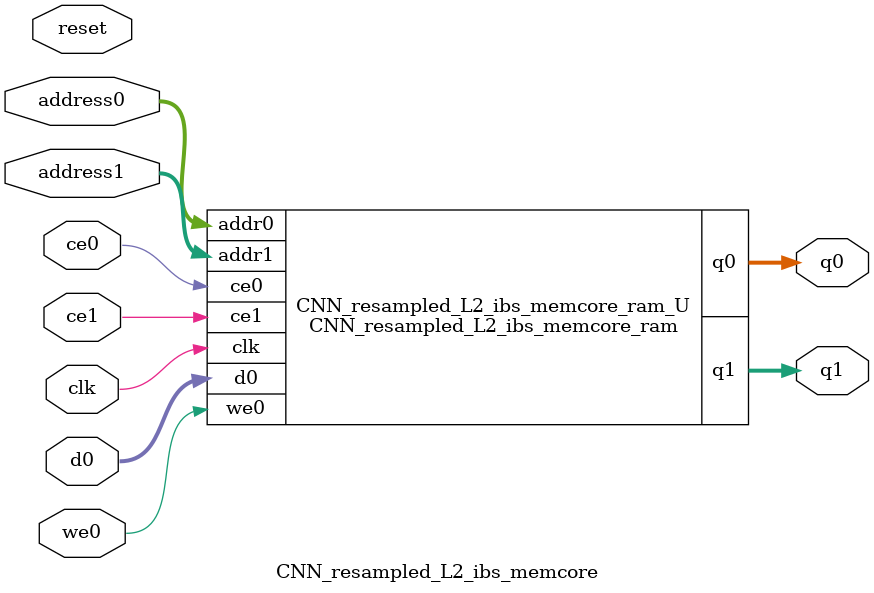
<source format=v>

`timescale 1 ns / 1 ps
module CNN_resampled_L2_ibs_memcore_ram (addr0, ce0, d0, we0, q0, addr1, ce1, q1,  clk);

parameter DWIDTH = 25;
parameter AWIDTH = 10;
parameter MEM_SIZE = 784;

input[AWIDTH-1:0] addr0;
input ce0;
input[DWIDTH-1:0] d0;
input we0;
output reg[DWIDTH-1:0] q0;
input[AWIDTH-1:0] addr1;
input ce1;
output reg[DWIDTH-1:0] q1;
input clk;

(* ram_style = "block" *)reg [DWIDTH-1:0] ram[0:MEM_SIZE-1];




always @(posedge clk)  
begin 
    if (ce0) 
    begin
        if (we0) 
        begin 
            ram[addr0] <= d0; 
            q0 <= d0;
        end 
        else 
            q0 <= ram[addr0];
    end
end


always @(posedge clk)  
begin 
    if (ce1) 
    begin
            q1 <= ram[addr1];
    end
end


endmodule


`timescale 1 ns / 1 ps
module CNN_resampled_L2_ibs_memcore(
    reset,
    clk,
    address0,
    ce0,
    we0,
    d0,
    q0,
    address1,
    ce1,
    q1);

parameter DataWidth = 32'd25;
parameter AddressRange = 32'd784;
parameter AddressWidth = 32'd10;
input reset;
input clk;
input[AddressWidth - 1:0] address0;
input ce0;
input we0;
input[DataWidth - 1:0] d0;
output[DataWidth - 1:0] q0;
input[AddressWidth - 1:0] address1;
input ce1;
output[DataWidth - 1:0] q1;



CNN_resampled_L2_ibs_memcore_ram CNN_resampled_L2_ibs_memcore_ram_U(
    .clk( clk ),
    .addr0( address0 ),
    .ce0( ce0 ),
    .we0( we0 ),
    .d0( d0 ),
    .q0( q0 ),
    .addr1( address1 ),
    .ce1( ce1 ),
    .q1( q1 ));

endmodule


</source>
